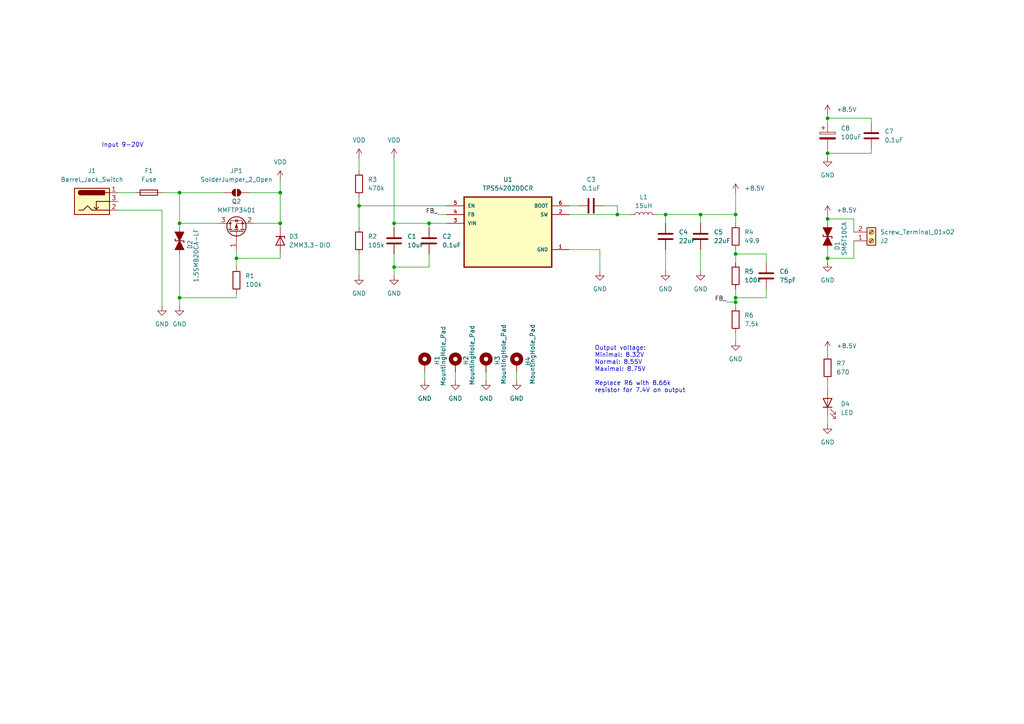
<source format=kicad_sch>
(kicad_sch (version 20250114) (generator "eeschema") (generator_version "9.0")
  (paper "A4")
  (title_block (title "Power Supply Adapter for 7.4V batteries") (rev "1"))
  (lib_symbols
    (symbol "ProjectSymbols:+8V" (power) (pin_numbers (hide yes)) (pin_names (offset 0) (hide yes))
      (property "Value" "+8V" (at 0 3.556 0))
      (symbol "+8V_0_1"
        (polyline (pts (xy -0.762 1.27) (xy 0 2.54)))
        (polyline (pts (xy 0 2.54) (xy 0.762 1.27)))
        (polyline (pts (xy 0 0) (xy 0 2.54)))
      )
      (symbol "+8V_1_1"
        (pin power_in line (at 0 0 90) (length 0) (name "~") (number "1"))
      )
    )
    (symbol "ProjectSymbols:Barrel_Jack_Switch" (pin_names (hide yes))
      (property "Reference" "J" (at 0 5.334 0))
      (property "Value" "Barrel_Jack_Switch" (at 0 -5.08 0))
      (symbol "Barrel_Jack_Switch_0_1"
        (rectangle (start -5.08 3.81) (end 5.08 -3.81) (stroke (width 0.254)) (fill (type background)))
        (polyline (pts (xy -3.81 -2.54) (xy -2.54 -2.54) (xy -1.27 -1.27) (xy 0 -2.54) (xy 2.54 -2.54) (xy 5.08 -2.54)) (stroke (width 0.254)))
        (arc (start -3.302 1.905) (mid -3.9343 2.54) (end -3.302 3.175) (stroke (width 0.254)))
        (arc (start -3.302 1.905) (mid -3.9343 2.54) (end -3.302 3.175) (stroke (width 0.254)) (fill (type outline)))
        (polyline (pts (xy 1.27 -2.286) (xy 1.905 -1.651)) (stroke (width 0.254)))
        (rectangle (start 3.683 3.175) (end -3.302 1.905) (stroke (width 0.254)) (fill (type outline)))
        (polyline (pts (xy 5.08 2.54) (xy 3.81 2.54)) (stroke (width 0.254)))
        (polyline (pts (xy 5.08 0) (xy 1.27 0) (xy 1.27 -2.286) (xy 0.635 -1.651)) (stroke (width 0.254)))
      )
      (symbol "Barrel_Jack_Switch_1_1"
        (pin passive line (at 7.62 2.54 180) (length 2.54) (name "~") (number "1"))
        (pin passive line (at 7.62 0 180) (length 2.54) (name "~") (number "3"))
        (pin passive line (at 7.62 -2.54 180) (length 2.54) (name "~") (number "2"))
      )
    )
    (symbol "ProjectSymbols:C" (pin_numbers (hide yes)) (pin_names (offset 0.254))
      (property "Reference" "C" (at 0.635 2.54 0))
      (property "Value" "C" (at 0.635 -2.54 0))
      (symbol "C_0_1"
        (polyline (pts (xy -2.032 0.762) (xy 2.032 0.762)) (stroke (width 0.508)))
        (polyline (pts (xy -2.032 -0.762) (xy 2.032 -0.762)) (stroke (width 0.508)))
      )
      (symbol "C_1_1"
        (pin passive line (at 0 3.81 270) (length 2.794) (name "~") (number "1"))
        (pin passive line (at 0 -3.81 90) (length 2.794) (name "~") (number "2"))
      )
    )
    (symbol "ProjectSymbols:C_Polarized" (pin_numbers (hide yes)) (pin_names (offset 0.254))
      (property "Reference" "C" (at 0.635 2.54 0))
      (property "Value" "C_Polarized" (at 0.635 -2.54 0))
      (symbol "C_Polarized_0_1"
        (rectangle (start -2.286 0.508) (end 2.286 1.016))
        (polyline (pts (xy -1.778 2.286) (xy -0.762 2.286)))
        (polyline (pts (xy -1.27 2.794) (xy -1.27 1.778)))
        (rectangle (start 2.286 -0.508) (end -2.286 -1.016) (fill (type outline)))
      )
      (symbol "C_Polarized_1_1"
        (pin passive line (at 0 3.81 270) (length 2.794) (name "~") (number "1"))
        (pin passive line (at 0 -3.81 90) (length 2.794) (name "~") (number "2"))
      )
    )
    (symbol "ProjectSymbols:D_TVS_Filled" (pin_numbers (hide yes)) (pin_names (offset 1.016) (hide yes))
      (property "Reference" "D" (at 0 2.54 0))
      (property "Value" "D_TVS_Filled" (at 0 -2.54 0))
      (symbol "D_TVS_Filled_0_1"
        (polyline (pts (xy -2.54 -1.27) (xy 0 0) (xy -2.54 1.27) (xy -2.54 -1.27)) (stroke (width 0.254)) (fill (type outline)))
        (polyline (pts (xy 0.508 1.27) (xy 0 1.27) (xy 0 -1.27) (xy -0.508 -1.27)) (stroke (width 0.254)))
        (polyline (pts (xy 1.27 0) (xy -1.27 0)))
        (polyline (pts (xy 2.54 1.27) (xy 2.54 -1.27) (xy 0 0) (xy 2.54 1.27)) (stroke (width 0.254)) (fill (type outline)))
      )
      (symbol "D_TVS_Filled_1_1"
        (pin passive line (at -3.81 0 0) (length 2.54) (name "A1") (number "1"))
        (pin passive line (at 3.81 0 180) (length 2.54) (name "A2") (number "2"))
      )
    )
    (symbol "ProjectSymbols:D_Zener" (pin_numbers (hide yes)) (pin_names (offset 1.016) (hide yes))
      (property "Reference" "D" (at 0 2.54 0))
      (property "Value" "D_Zener" (at 0 -2.54 0))
      (symbol "D_Zener_0_1"
        (polyline (pts (xy -1.27 -1.27) (xy -1.27 1.27) (xy -0.762 1.27)) (stroke (width 0.254)))
        (polyline (pts (xy 1.27 0) (xy -1.27 0)))
        (polyline (pts (xy 1.27 -1.27) (xy 1.27 1.27) (xy -1.27 0) (xy 1.27 -1.27)) (stroke (width 0.254)))
      )
      (symbol "D_Zener_1_1"
        (pin passive line (at -3.81 0 0) (length 2.54) (name "K") (number "1"))
        (pin passive line (at 3.81 0 180) (length 2.54) (name "A") (number "2"))
      )
    )
    (symbol "ProjectSymbols:Fuse" (pin_numbers (hide yes)) (pin_names (offset 0))
      (property "Reference" "F" (at 2.032 0 90))
      (property "Value" "Fuse" (at -1.905 0 90))
      (symbol "Fuse_0_1"
        (rectangle (start -0.762 -2.54) (end 0.762 2.54) (stroke (width 0.254)))
        (polyline (pts (xy 0 2.54) (xy 0 -2.54)))
      )
      (symbol "Fuse_1_1"
        (pin passive line (at 0 3.81 270) (length 1.27) (name "~") (number "1"))
        (pin passive line (at 0 -3.81 90) (length 1.27) (name "~") (number "2"))
      )
    )
    (symbol "ProjectSymbols:GND" (power) (pin_numbers (hide yes)) (pin_names (offset 0) (hide yes))
      (property "Value" "GND" (at 0 -3.81 0))
      (symbol "GND_0_1"
        (polyline (pts (xy 0 0) (xy 0 -1.27) (xy 1.27 -1.27) (xy 0 -2.54) (xy -1.27 -1.27) (xy 0 -1.27)))
      )
      (symbol "GND_1_1"
        (pin power_in line (at 0 0 270) (length 0) (name "~") (number "1"))
      )
    )
    (symbol "ProjectSymbols:L" (pin_numbers (hide yes)) (pin_names (offset 1.016) (hide yes))
      (property "Reference" "L" (at -1.27 0 90))
      (property "Value" "L" (at 1.905 0 90))
      (symbol "L_0_1"
        (arc (start 0 2.54) (mid 0.6323 1.905) (end 0 1.27))
        (arc (start 0 1.27) (mid 0.6323 0.635) (end 0 0))
        (arc (start 0 0) (mid 0.6323 -0.635) (end 0 -1.27))
        (arc (start 0 -1.27) (mid 0.6323 -1.905) (end 0 -2.54))
      )
      (symbol "L_1_1"
        (pin passive line (at 0 3.81 270) (length 1.27) (name "1") (number "1"))
        (pin passive line (at 0 -3.81 90) (length 1.27) (name "2") (number "2"))
      )
    )
    (symbol "ProjectSymbols:LED" (pin_numbers (hide yes)) (pin_names (offset 1.016) (hide yes))
      (property "Reference" "D" (at 0 2.54 0))
      (property "Value" "LED" (at 0 -2.54 0))
      (symbol "LED_0_1"
        (polyline (pts (xy -3.048 -0.762) (xy -4.572 -2.286) (xy -3.81 -2.286) (xy -4.572 -2.286) (xy -4.572 -1.524)))
        (polyline (pts (xy -1.778 -0.762) (xy -3.302 -2.286) (xy -2.54 -2.286) (xy -3.302 -2.286) (xy -3.302 -1.524)))
        (polyline (pts (xy -1.27 0) (xy 1.27 0)))
        (polyline (pts (xy -1.27 -1.27) (xy -1.27 1.27)) (stroke (width 0.254)))
        (polyline (pts (xy 1.27 -1.27) (xy 1.27 1.27) (xy -1.27 0) (xy 1.27 -1.27)) (stroke (width 0.254)))
      )
      (symbol "LED_1_1"
        (pin passive line (at -3.81 0 0) (length 2.54) (name "K") (number "1"))
        (pin passive line (at 3.81 0 180) (length 2.54) (name "A") (number "2"))
      )
    )
    (symbol "ProjectSymbols:MountingHole_Pad" (pin_numbers (hide yes)) (pin_names (offset 1.016) (hide yes)) (in_bom no)
      (property "Reference" "H" (at 0 6.35 0))
      (property "Value" "MountingHole_Pad" (at 0 4.445 0))
      (symbol "MountingHole_Pad_0_1"
        (circle (center 0 1.27) (radius 1.27) (stroke (width 1.27)))
      )
      (symbol "MountingHole_Pad_1_1"
        (pin input line (at 0 -2.54 90) (length 2.54) (name "1") (number "1"))
      )
    )
    (symbol "ProjectSymbols:Q_PMOS_GSD" (pin_names (offset 0) (hide yes))
      (property "Reference" "Q" (at 5.08 1.905 0))
      (property "Value" "Q_PMOS_GSD" (at 5.08 0 0))
      (symbol "Q_PMOS_GSD_0_1"
        (polyline (pts (xy 0.254 1.905) (xy 0.254 -1.905)) (stroke (width 0.254)))
        (polyline (pts (xy 0.254 0) (xy -2.54 0)))
        (polyline (pts (xy 0.762 2.286) (xy 0.762 1.27)) (stroke (width 0.254)))
        (polyline (pts (xy 0.762 1.778) (xy 3.302 1.778) (xy 3.302 -1.778) (xy 0.762 -1.778)))
        (polyline (pts (xy 0.762 0.508) (xy 0.762 -0.508)) (stroke (width 0.254)))
        (polyline (pts (xy 0.762 -1.27) (xy 0.762 -2.286)) (stroke (width 0.254)))
        (circle (center 1.651 0) (radius 2.794) (stroke (width 0.254)))
        (polyline (pts (xy 2.286 0) (xy 1.27 0.381) (xy 1.27 -0.381) (xy 2.286 0)) (fill (type outline)))
        (polyline (pts (xy 2.54 2.54) (xy 2.54 1.778)))
        (circle (center 2.54 1.778) (radius 0.254) (fill (type outline)))
        (circle (center 2.54 -1.778) (radius 0.254) (fill (type outline)))
        (polyline (pts (xy 2.54 -2.54) (xy 2.54 0) (xy 0.762 0)))
        (polyline (pts (xy 2.921 -0.381) (xy 3.683 -0.381)))
        (polyline (pts (xy 3.302 -0.381) (xy 2.921 0.254) (xy 3.683 0.254) (xy 3.302 -0.381)))
      )
      (symbol "Q_PMOS_GSD_1_1"
        (pin input line (at -5.08 0 0) (length 2.54) (name "G") (number "1"))
        (pin passive line (at 2.54 5.08 270) (length 2.54) (name "D") (number "3"))
        (pin passive line (at 2.54 -5.08 90) (length 2.54) (name "S") (number "2"))
      )
    )
    (symbol "ProjectSymbols:R" (pin_numbers (hide yes)) (pin_names (offset 0))
      (property "Reference" "R" (at 2.032 0 90))
      (property "Value" "R" (at 0 0 90))
      (symbol "R_0_1"
        (rectangle (start -1.016 -2.54) (end 1.016 2.54) (stroke (width 0.254)))
      )
      (symbol "R_1_1"
        (pin passive line (at 0 3.81 270) (length 1.27) (name "~") (number "1"))
        (pin passive line (at 0 -3.81 90) (length 1.27) (name "~") (number "2"))
      )
    )
    (symbol "ProjectSymbols:Screw_Terminal_01x02" (pin_names (offset 1.016) (hide yes))
      (property "Reference" "J" (at 0 2.54 0))
      (property "Value" "Screw_Terminal_01x02" (at 0 -5.08 0))
      (symbol "Screw_Terminal_01x02_1_1"
        (rectangle (start -1.27 1.27) (end 1.27 -3.81) (stroke (width 0.254)) (fill (type background)))
        (polyline (pts (xy -0.5334 0.3302) (xy 0.3302 -0.508)) (stroke (width 0.1524)))
        (polyline (pts (xy -0.5334 -2.2098) (xy 0.3302 -3.048)) (stroke (width 0.1524)))
        (polyline (pts (xy -0.3556 0.508) (xy 0.508 -0.3302)) (stroke (width 0.1524)))
        (polyline (pts (xy -0.3556 -2.032) (xy 0.508 -2.8702)) (stroke (width 0.1524)))
        (circle (center 0 0) (radius 0.635) (stroke (width 0.1524)))
        (circle (center 0 -2.54) (radius 0.635) (stroke (width 0.1524)))
        (pin passive line (at -5.08 0 0) (length 3.81) (name "Pin_1") (number "1"))
        (pin passive line (at -5.08 -2.54 0) (length 3.81) (name "Pin_2") (number "2"))
      )
    )
    (symbol "ProjectSymbols:SolderJumper_2_Open" (pin_numbers (hide yes)) (pin_names (offset 0) (hide yes)) (in_bom no)
      (property "Reference" "JP" (at 0 2.032 0))
      (property "Value" "SolderJumper_2_Open" (at 0 -2.54 0))
      (symbol "SolderJumper_2_Open_0_1"
        (polyline (pts (xy -0.254 1.016) (xy -0.254 -1.016)))
        (arc (start -0.254 -1.016) (mid -1.2656 0) (end -0.254 1.016))
        (arc (start -0.254 -1.016) (mid -1.2656 0) (end -0.254 1.016) (fill (type outline)))
        (arc (start 0.254 1.016) (mid 1.2656 0) (end 0.254 -1.016))
        (arc (start 0.254 1.016) (mid 1.2656 0) (end 0.254 -1.016) (fill (type outline)))
        (polyline (pts (xy 0.254 1.016) (xy 0.254 -1.016)))
      )
      (symbol "SolderJumper_2_Open_1_1"
        (pin passive line (at -3.81 0 0) (length 2.54) (name "A") (number "1"))
        (pin passive line (at 3.81 0 180) (length 2.54) (name "B") (number "2"))
      )
    )
    (symbol "ProjectSymbols:TPS54202DDCR" (pin_names (offset 1.016))
      (property "Reference" "U" (at -12.7 11.16 0))
      (property "Value" "TPS54202DDCR" (at -12.7 -14.16 0))
      (symbol "TPS54202DDCR_0_0"
        (rectangle (start -12.7 -10.16) (end 12.7 10.16) (stroke (width 0.41)) (fill (type background)))
        (pin input line (at -17.78 7.62 0) (length 5.08) (name "EN") (number "5"))
        (pin input line (at -17.78 5.08 0) (length 5.08) (name "FB") (number "4"))
        (pin input line (at -17.78 2.54 0) (length 5.08) (name "VIN") (number "3"))
        (pin output line (at 17.78 7.62 180) (length 5.08) (name "BOOT") (number "6"))
        (pin output line (at 17.78 5.08 180) (length 5.08) (name "SW") (number "2"))
        (pin power_in line (at 17.78 -5.08 180) (length 5.08) (name "GND") (number "1"))
      )
    )
    (symbol "ProjectSymbols:VDD" (power) (pin_numbers (hide yes)) (pin_names (offset 0) (hide yes))
      (property "Value" "VDD" (at 0 3.556 0))
      (symbol "VDD_0_1"
        (polyline (pts (xy -0.762 1.27) (xy 0 2.54)))
        (polyline (pts (xy 0 2.54) (xy 0.762 1.27)))
        (polyline (pts (xy 0 0) (xy 0 2.54)))
      )
      (symbol "VDD_1_1"
        (pin power_in line (at 0 0 90) (length 0) (name "~") (number "1"))
      )
    )
  )
  (text "Input 9-20V\n" (at 35.56 42.164 0) (effects (font (size 1.27 1.27))))
  (text "Output voltage:\nMinimal: 8.32V\nNormal: 8.55V\nMaximal: 8.75V\n\nReplace R6 with 8.66k \nresistor for 7.4V on output" (at 172.466 107.188 0) (effects (font (size 1.27 1.27)) (justify left)))
  (junction (at 203.2 62.23))
  (junction (at 240.03 74.93))
  (junction (at 240.03 34.29))
  (junction (at 213.36 73.66))
  (junction (at 104.14 59.69))
  (junction (at 114.3 64.77))
  (junction (at 52.07 55.88))
  (junction (at 240.03 63.5))
  (junction (at 213.36 86.36))
  (junction (at 179.07 62.23))
  (junction (at 81.28 55.88))
  (junction (at 81.28 64.77))
  (junction (at 240.03 44.45))
  (junction (at 68.58 74.93))
  (junction (at 52.07 86.36))
  (junction (at 124.46 64.77))
  (junction (at 52.07 64.77))
  (junction (at 213.36 87.63))
  (junction (at 193.04 62.23))
  (junction (at 114.3 77.47))
  (junction (at 213.36 62.23))
  (wire (pts (xy 193.04 62.23) (xy 193.04 64.77)))
  (wire (pts (xy 179.07 62.23) (xy 179.07 59.69)))
  (wire (pts (xy 149.86 107.95) (xy 149.86 110.49)))
  (wire (pts (xy 63.5 64.77) (xy 52.07 64.77)))
  (wire (pts (xy 240.03 72.39) (xy 240.03 74.93)))
  (wire (pts (xy 52.07 86.36) (xy 52.07 88.9)))
  (wire (pts (xy 123.19 107.95) (xy 123.19 110.49)))
  (wire (pts (xy 240.03 34.29) (xy 240.03 35.56)))
  (wire (pts (xy 213.36 87.63) (xy 213.36 88.9)))
  (wire (pts (xy 165.1 59.69) (xy 167.64 59.69)))
  (wire (pts (xy 124.46 64.77) (xy 124.46 66.04)))
  (wire (pts (xy 213.36 86.36) (xy 213.36 87.63)))
  (wire (pts (xy 104.14 59.69) (xy 129.54 59.69)))
  (wire (pts (xy 247.65 67.31) (xy 247.65 63.5)))
  (wire (pts (xy 247.65 74.93) (xy 247.65 69.85)))
  (wire (pts (xy 240.03 44.45) (xy 240.03 45.72)))
  (wire (pts (xy 173.99 72.39) (xy 173.99 78.74)))
  (wire (pts (xy 52.07 86.36) (xy 68.58 86.36)))
  (wire (pts (xy 222.25 73.66) (xy 213.36 73.66)))
  (wire (pts (xy 179.07 59.69) (xy 175.26 59.69)))
  (wire (pts (xy 213.36 62.23) (xy 203.2 62.23)))
  (wire (pts (xy 114.3 64.77) (xy 114.3 66.04)))
  (wire (pts (xy 213.36 86.36) (xy 222.25 86.36)))
  (wire (pts (xy 190.5 62.23) (xy 193.04 62.23)))
  (wire (pts (xy 240.03 33.02) (xy 240.03 34.29)))
  (wire (pts (xy 132.08 107.95) (xy 132.08 110.49)))
  (wire (pts (xy 68.58 86.36) (xy 68.58 85.09)))
  (wire (pts (xy 52.07 64.77) (xy 52.07 66.04)))
  (wire (pts (xy 124.46 77.47) (xy 114.3 77.47)))
  (wire (pts (xy 210.82 87.63) (xy 213.36 87.63)))
  (wire (pts (xy 104.14 57.15) (xy 104.14 59.69)))
  (wire (pts (xy 72.39 55.88) (xy 81.28 55.88)))
  (wire (pts (xy 68.58 74.93) (xy 68.58 77.47)))
  (wire (pts (xy 203.2 72.39) (xy 203.2 78.74)))
  (wire (pts (xy 81.28 52.07) (xy 81.28 55.88)))
  (wire (pts (xy 46.99 60.96) (xy 46.99 88.9)))
  (wire (pts (xy 240.03 43.18) (xy 240.03 44.45)))
  (wire (pts (xy 52.07 55.88) (xy 52.07 64.77)))
  (wire (pts (xy 52.07 73.66) (xy 52.07 86.36)))
  (wire (pts (xy 213.36 96.52) (xy 213.36 99.06)))
  (wire (pts (xy 68.58 72.39) (xy 68.58 74.93)))
  (wire (pts (xy 34.29 55.88) (xy 39.37 55.88)))
  (wire (pts (xy 240.03 63.5) (xy 240.03 62.23)))
  (wire (pts (xy 81.28 74.93) (xy 81.28 73.66)))
  (wire (pts (xy 46.99 55.88) (xy 52.07 55.88)))
  (wire (pts (xy 240.03 34.29) (xy 252.73 34.29)))
  (wire (pts (xy 165.1 72.39) (xy 173.99 72.39)))
  (wire (pts (xy 240.03 74.93) (xy 240.03 76.2)))
  (wire (pts (xy 81.28 64.77) (xy 81.28 66.04)))
  (wire (pts (xy 124.46 73.66) (xy 124.46 77.47)))
  (wire (pts (xy 222.25 76.2) (xy 222.25 73.66)))
  (wire (pts (xy 104.14 45.72) (xy 104.14 49.53)))
  (wire (pts (xy 104.14 59.69) (xy 104.14 66.04)))
  (wire (pts (xy 213.36 72.39) (xy 213.36 73.66)))
  (wire (pts (xy 81.28 55.88) (xy 81.28 64.77)))
  (wire (pts (xy 52.07 55.88) (xy 64.77 55.88)))
  (wire (pts (xy 252.73 43.18) (xy 252.73 44.45)))
  (wire (pts (xy 114.3 73.66) (xy 114.3 77.47)))
  (wire (pts (xy 104.14 73.66) (xy 104.14 80.01)))
  (wire (pts (xy 193.04 62.23) (xy 203.2 62.23)))
  (wire (pts (xy 68.58 74.93) (xy 81.28 74.93)))
  (wire (pts (xy 213.36 64.77) (xy 213.36 62.23)))
  (wire (pts (xy 222.25 86.36) (xy 222.25 83.82)))
  (wire (pts (xy 240.03 74.93) (xy 247.65 74.93)))
  (wire (pts (xy 240.03 101.6) (xy 240.03 102.87)))
  (wire (pts (xy 213.36 83.82) (xy 213.36 86.36)))
  (wire (pts (xy 114.3 77.47) (xy 114.3 80.01)))
  (wire (pts (xy 213.36 73.66) (xy 213.36 76.2)))
  (wire (pts (xy 252.73 34.29) (xy 252.73 35.56)))
  (wire (pts (xy 193.04 72.39) (xy 193.04 78.74)))
  (wire (pts (xy 240.03 110.49) (xy 240.03 113.03)))
  (wire (pts (xy 73.66 64.77) (xy 81.28 64.77)))
  (wire (pts (xy 124.46 64.77) (xy 114.3 64.77)))
  (wire (pts (xy 203.2 62.23) (xy 203.2 64.77)))
  (wire (pts (xy 213.36 55.88) (xy 213.36 62.23)))
  (wire (pts (xy 165.1 62.23) (xy 179.07 62.23)))
  (wire (pts (xy 34.29 60.96) (xy 46.99 60.96)))
  (wire (pts (xy 114.3 45.72) (xy 114.3 64.77)))
  (wire (pts (xy 179.07 62.23) (xy 182.88 62.23)))
  (wire (pts (xy 252.73 44.45) (xy 240.03 44.45)))
  (wire (pts (xy 240.03 120.65) (xy 240.03 123.19)))
  (wire (pts (xy 247.65 63.5) (xy 240.03 63.5)))
  (wire (pts (xy 127 62.23) (xy 129.54 62.23)))
  (wire (pts (xy 240.03 63.5) (xy 240.03 64.77)))
  (wire (pts (xy 140.97 107.95) (xy 140.97 110.49)))
  (wire (pts (xy 129.54 64.77) (xy 124.46 64.77)))
  (label "FB_" (at 210.82 87.63 180))
  (label "FB_" (at 127 62.23 180))
  (symbol (lib_id "ProjectSymbols:C_Polarized") (at 240.03 39.37 0) (unit 1)
    (property "Reference" "C8" (at 243.84 37.2109 0) (effects (justify left)))
    (property "Value" "100uF" (at 243.84 39.7509 0) (effects (justify left)))
    (property "Footprint" "Capacitor_SMD:CP_Elec_8x10.5" (effects (hide yes)))
    (property "Description" "Polarized capacitor" (effects (hide yes)))
  )
  (symbol (lib_id "ProjectSymbols:GND") (at 46.99 88.9 0) (unit 1)
    (property "Reference" "#PWR02" (effects (hide yes)))
    (property "Value" "GND" (at 46.99 93.98 0))
    (property "Description" "Power symbol creates a global label with name \"GND\" , ground" (effects (hide yes)))
  )
  (symbol (lib_id "ProjectSymbols:SolderJumper_2_Open") (at 68.58 55.88 0) (unit 1) (in_bom no)
    (property "Reference" "JP1" (at 68.58 49.53 0))
    (property "Value" "SolderJumper_2_Open" (at 68.58 52.07 0))
    (property "Footprint" "Jumper:SolderJumper-2_P1.3mm_Open_RoundedPad1.0x1.5mm" (effects (hide yes)))
    (property "Description" "Solder Jumper, 2-pole, open" (effects (hide yes)))
  )
  (symbol (lib_id "ProjectSymbols:GND") (at 203.2 78.74 0) (unit 1)
    (property "Reference" "#PWR013" (effects (hide yes)))
    (property "Value" "GND" (at 203.2 83.82 0))
    (property "Description" "Power symbol creates a global label with name \"GND\" , ground" (effects (hide yes)))
  )
  (symbol (lib_id "ProjectSymbols:Fuse") (at 43.18 55.88 90) (unit 1)
    (property "Reference" "F1" (at 43.18 49.53 90))
    (property "Value" "Fuse" (at 43.18 52.07 90))
    (property "Footprint" "Fuse:Fuseholder_Littelfuse_Nano2_154x" (effects (hide yes)))
    (property "Description" "Fuse" (effects (hide yes)))
  )
  (symbol (lib_id "ProjectSymbols:R") (at 213.36 68.58 0) (unit 1)
    (property "Reference" "R4" (at 215.9 67.3099 0) (effects (justify left)))
    (property "Value" "49.9" (at 215.9 69.8499 0) (effects (justify left)))
    (property "Footprint" "Resistor_SMD:R_0603_1608Metric_Pad0.98x0.95mm_HandSolder" (effects (hide yes)))
    (property "Description" "Resistor" (effects (hide yes)))
  )
  (symbol (lib_id "ProjectSymbols:C") (at 171.45 59.69 90) (unit 1)
    (property "Reference" "C3" (at 171.45 52.07 90))
    (property "Value" "0.1uF" (at 171.45 54.61 90))
    (property "Footprint" "Capacitor_SMD:C_0603_1608Metric_Pad1.08x0.95mm_HandSolder" (effects (hide yes)))
    (property "Description" "Unpolarized capacitor" (effects (hide yes)))
  )
  (symbol (lib_id "ProjectSymbols:GND") (at 240.03 45.72 0) (unit 1)
    (property "Reference" "#PWR016" (effects (hide yes)))
    (property "Value" "GND" (at 240.03 50.8 0))
    (property "Description" "Power symbol creates a global label with name \"GND\" , ground" (effects (hide yes)))
  )
  (symbol (lib_id "ProjectSymbols:LED") (at 240.03 116.84 90) (unit 1)
    (property "Reference" "D4" (at 243.84 117.1574 90) (effects (justify right)))
    (property "Value" "LED" (at 243.84 119.6974 90) (effects (justify right)))
    (property "Footprint" "LED_SMD:LED_1206_3216Metric_Pad1.42x1.75mm_HandSolder" (effects (hide yes)))
    (property "Description" "Light emitting diode" (effects (hide yes)))
    (property "Sim.Pins" "1=K 2=A" (effects (hide yes)))
  )
  (symbol (lib_id "ProjectSymbols:R") (at 68.58 81.28 0) (unit 1)
    (property "Reference" "R1" (at 71.12 80.0099 0) (effects (justify left)))
    (property "Value" "100k" (at 71.12 82.5499 0) (effects (justify left)))
    (property "Footprint" "Resistor_SMD:R_0603_1608Metric_Pad0.98x0.95mm_HandSolder" (effects (hide yes)))
    (property "Description" "Resistor" (effects (hide yes)))
  )
  (symbol (lib_id "ProjectSymbols:GND") (at 114.3 80.01 0) (unit 1)
    (property "Reference" "#PWR09" (effects (hide yes)))
    (property "Value" "GND" (at 114.3 85.09 0))
    (property "Description" "Power symbol creates a global label with name \"GND\" , ground" (effects (hide yes)))
  )
  (symbol (lib_id "ProjectSymbols:VDD") (at 81.28 52.07 0) (unit 1)
    (property "Reference" "#PWR010" (effects (hide yes)))
    (property "Value" "VDD" (at 81.28 46.99 0))
    (property "Description" "Power symbol creates a global label with name \"VDD\"" (effects (hide yes)))
  )
  (symbol (lib_id "ProjectSymbols:TPS54202DDCR") (at 147.32 67.31 0) (unit 1)
    (property "Reference" "U1" (at 147.32 52.07 0))
    (property "Value" "TPS54202DDCR" (at 147.32 54.61 0))
    (property "Footprint" "BW-footprints-library:SOT95P280X110-6N" (effects (hide yes)))
    (property "MF" "Texas Instruments" (effects (hide yes)))
    (property "Description_1" "4.5V to 28V Input, 2A Output, EMI Friendly Synchronous Step-Down Converter" (effects (hide yes)))
    (property "Package" "SOT-23-THN-6 Texas Instruments" (effects (hide yes)))
    (property "Price" "None" (effects (hide yes)))
    (property "SnapEDA_Link" "https://www.snapeda.com/parts/TPS54202DDCR/Texas+Instruments/view-part/?ref=snap" (effects (hide yes)))
    (property "MP" "TPS54202DDCR" (effects (hide yes)))
    (property "Availability" "In Stock" (effects (hide yes)))
    (property "Check_prices" "https://www.snapeda.com/parts/TPS54202DDCR/Texas+Instruments/view-part/?ref=eda" (effects (hide yes)))
  )
  (symbol (lib_id "ProjectSymbols:GND") (at 132.08 110.49 0) (unit 1)
    (property "Reference" "#PWR020" (effects (hide yes)))
    (property "Value" "GND" (at 132.08 115.57 0))
    (property "Description" "Power symbol creates a global label with name \"GND\" , ground" (effects (hide yes)))
  )
  (symbol (lib_id "ProjectSymbols:C") (at 193.04 68.58 0) (unit 1)
    (property "Reference" "C4" (at 196.85 67.3099 0) (effects (justify left)))
    (property "Value" "22uF" (at 196.85 69.8499 0) (effects (justify left)))
    (property "Footprint" "Capacitor_SMD:C_1206_3216Metric_Pad1.33x1.80mm_HandSolder" (effects (hide yes)))
    (property "Description" "Unpolarized capacitor" (effects (hide yes)))
  )
  (symbol (lib_id "ProjectSymbols:GND") (at 52.07 88.9 0) (unit 1)
    (property "Reference" "#PWR06" (effects (hide yes)))
    (property "Value" "GND" (at 52.07 93.98 0))
    (property "Description" "Power symbol creates a global label with name \"GND\" , ground" (effects (hide yes)))
  )
  (symbol (lib_id "ProjectSymbols:C") (at 252.73 39.37 0) (unit 1)
    (property "Reference" "C7" (at 256.54 38.0999 0) (effects (justify left)))
    (property "Value" "0.1uF" (at 256.54 40.6399 0) (effects (justify left)))
    (property "Footprint" "Capacitor_SMD:C_0603_1608Metric_Pad1.08x0.95mm_HandSolder" (effects (hide yes)))
    (property "Description" "Unpolarized capacitor" (effects (hide yes)))
  )
  (symbol (lib_id "ProjectSymbols:+8V") (at 240.03 33.02 0) (unit 1)
    (property "Reference" "#PWR015" (effects (hide yes)))
    (property "Value" "+8.5V" (at 242.57 31.7499 0) (effects (justify left)))
    (property "Description" "Power symbol creates a global label with name \"+8V\"" (effects (hide yes)))
  )
  (symbol (lib_id "ProjectSymbols:C") (at 124.46 69.85 0) (unit 1)
    (property "Reference" "C2" (at 128.27 68.5799 0) (effects (justify left)))
    (property "Value" "0.1uF" (at 128.27 71.1199 0) (effects (justify left)))
    (property "Footprint" "Capacitor_SMD:C_0603_1608Metric_Pad1.08x0.95mm_HandSolder" (effects (hide yes)))
    (property "Description" "Unpolarized capacitor" (effects (hide yes)))
  )
  (symbol (lib_id "ProjectSymbols:C") (at 222.25 80.01 0) (unit 1)
    (property "Reference" "C6" (at 226.06 78.7399 0) (effects (justify left)))
    (property "Value" "75pF" (at 226.06 81.2799 0) (effects (justify left)))
    (property "Footprint" "Capacitor_SMD:C_0603_1608Metric_Pad1.08x0.95mm_HandSolder" (effects (hide yes)))
    (property "Description" "Unpolarized capacitor" (effects (hide yes)))
  )
  (symbol (lib_id "ProjectSymbols:GND") (at 240.03 123.19 0) (unit 1)
    (property "Reference" "#PWR018" (effects (hide yes)))
    (property "Value" "GND" (at 240.03 128.27 0))
    (property "Description" "Power symbol creates a global label with name \"GND\" , ground" (effects (hide yes)))
  )
  (symbol (lib_id "ProjectSymbols:VDD") (at 104.14 45.72 0) (unit 1)
    (property "Reference" "#PWR05" (effects (hide yes)))
    (property "Value" "VDD" (at 104.14 40.64 0))
    (property "Description" "Power symbol creates a global label with name \"VDD\"" (effects (hide yes)))
  )
  (symbol (lib_id "ProjectSymbols:GND") (at 193.04 78.74 0) (unit 1)
    (property "Reference" "#PWR012" (effects (hide yes)))
    (property "Value" "GND" (at 193.04 83.82 0))
    (property "Description" "Power symbol creates a global label with name \"GND\" , ground" (effects (hide yes)))
  )
  (symbol (lib_id "ProjectSymbols:GND") (at 213.36 99.06 0) (unit 1)
    (property "Reference" "#PWR014" (effects (hide yes)))
    (property "Value" "GND" (at 213.36 104.14 0))
    (property "Description" "Power symbol creates a global label with name \"GND\" , ground" (effects (hide yes)))
  )
  (symbol (lib_id "ProjectSymbols:C") (at 203.2 68.58 0) (unit 1)
    (property "Reference" "C5" (at 207.01 67.3099 0) (effects (justify left)))
    (property "Value" "22uF" (at 207.01 69.8499 0) (effects (justify left)))
    (property "Footprint" "Capacitor_SMD:C_1206_3216Metric_Pad1.33x1.80mm_HandSolder" (effects (hide yes)))
    (property "Description" "Unpolarized capacitor" (effects (hide yes)))
  )
  (symbol (lib_id "ProjectSymbols:L") (at 186.69 62.23 90) (unit 1)
    (property "Reference" "L1" (at 186.69 57.15 90))
    (property "Value" "15uH" (at 186.69 59.69 90))
    (property "Footprint" "Inductor_SMD:L_Bourns_SRR1208_12.7x12.7mm" (effects (hide yes)))
    (property "Description" "Inductor" (effects (hide yes)))
  )
  (symbol (lib_id "ProjectSymbols:Q_PMOS_GSD") (at 68.58 67.31 90) (unit 1)
    (property "Reference" "Q2" (at 68.58 58.42 90))
    (property "Value" "MMFTP3401" (at 68.58 60.96 90))
    (property "Footprint" "Package_TO_SOT_SMD:SOT-23" (effects (hide yes)))
    (property "Description" "P-MOSFET transistor, gate/source/drain" (effects (hide yes)))
  )
  (symbol (lib_id "ProjectSymbols:MountingHole_Pad") (at 140.97 105.41 0) (unit 1) (in_bom no)
    (property "Reference" "H3" (at 144.272 105.918 90) (effects (justify left)))
    (property "Value" "MountingHole_Pad" (at 146.05 111.506 90) (effects (justify left)))
    (property "Footprint" "MountingHole:MountingHole_3.2mm_M3_DIN965_Pad_TopBottom" (effects (hide yes)))
    (property "Description" "Mounting Hole with connection" (effects (hide yes)))
  )
  (symbol (lib_id "ProjectSymbols:D_TVS_Filled") (at 52.07 69.85 270) (unit 1)
    (property "Reference" "D2" (at 55.118 69.596 0) (effects (justify left)))
    (property "Value" "1.5SMB20CA-LF" (at 56.896 66.294 0) (effects (justify left)))
    (property "Footprint" "Diode_SMD:D_SMB_Handsoldering" (effects (hide yes)))
    (property "Description" "Bidirectional transient-voltage-suppression diode, filled shape" (effects (hide yes)))
  )
  (symbol (lib_id "ProjectSymbols:D_TVS_Filled") (at 240.03 68.58 270) (unit 1)
    (property "Reference" "D1" (at 242.824 72.644 0) (effects (justify right)))
    (property "Value" "SM6T10CA" (at 244.856 74.168 0) (effects (justify right)))
    (property "Footprint" "Diode_SMD:D_SMB_Handsoldering" (effects (hide yes)))
    (property "Description" "Bidirectional transient-voltage-suppression diode, filled shape" (effects (hide yes)))
  )
  (symbol (lib_id "ProjectSymbols:MountingHole_Pad") (at 123.19 105.41 0) (unit 1) (in_bom no)
    (property "Reference" "H1" (at 126.746 105.918 90) (effects (justify left)))
    (property "Value" "MountingHole_Pad" (at 128.524 112.014 90) (effects (justify left)))
    (property "Footprint" "MountingHole:MountingHole_3.2mm_M3_DIN965_Pad_TopBottom" (effects (hide yes)))
    (property "Description" "Mounting Hole with connection" (effects (hide yes)))
  )
  (symbol (lib_id "ProjectSymbols:MountingHole_Pad") (at 149.86 105.41 0) (unit 1) (in_bom no)
    (property "Reference" "H4" (at 153.162 106.172 90) (effects (justify left)))
    (property "Value" "MountingHole_Pad" (at 154.432 111.506 90) (effects (justify left)))
    (property "Footprint" "MountingHole:MountingHole_3.2mm_M3_DIN965_Pad_TopBottom" (effects (hide yes)))
    (property "Description" "Mounting Hole with connection" (effects (hide yes)))
  )
  (symbol (lib_id "ProjectSymbols:GND") (at 123.19 110.49 0) (unit 1)
    (property "Reference" "#PWR019" (effects (hide yes)))
    (property "Value" "GND" (at 123.19 115.57 0))
    (property "Description" "Power symbol creates a global label with name \"GND\" , ground" (effects (hide yes)))
  )
  (symbol (lib_id "ProjectSymbols:Screw_Terminal_01x02") (at 252.73 69.85 0) (mirror x) (unit 1)
    (property "Reference" "J2" (at 255.27 69.8501 0) (effects (justify left)))
    (property "Value" "Screw_Terminal_01x02" (at 255.27 67.3101 0) (effects (justify left)))
    (property "Footprint" "TerminalBlock_Phoenix:TerminalBlock_Phoenix_MKDS-1,5-2-5.08_1x02_P5.08mm_Horizontal" (effects (hide yes)))
    (property "Description" "Generic screw terminal, single row, 01x02, script generated (kicad-library-utils/schlib/autogen/connector/)" (effects (hide yes)))
  )
  (symbol (lib_id "ProjectSymbols:R") (at 104.14 69.85 0) (unit 1)
    (property "Reference" "R2" (at 106.68 68.5799 0) (effects (justify left)))
    (property "Value" "105k" (at 106.68 71.1199 0) (effects (justify left)))
    (property "Footprint" "Resistor_SMD:R_0603_1608Metric_Pad0.98x0.95mm_HandSolder" (effects (hide yes)))
    (property "Description" "Resistor" (effects (hide yes)))
  )
  (symbol (lib_id "ProjectSymbols:R") (at 213.36 92.71 0) (unit 1)
    (property "Reference" "R6" (at 215.9 91.4399 0) (effects (justify left)))
    (property "Value" "7.5k" (at 215.9 93.9799 0) (effects (justify left)))
    (property "Footprint" "Resistor_SMD:R_0603_1608Metric_Pad0.98x0.95mm_HandSolder" (effects (hide yes)))
    (property "Description" "Resistor" (effects (hide yes)))
  )
  (symbol (lib_id "ProjectSymbols:+8V") (at 240.03 62.23 0) (unit 1)
    (property "Reference" "#PWR07" (effects (hide yes)))
    (property "Value" "+8.5V" (at 242.57 60.9599 0) (effects (justify left)))
    (property "Description" "Power symbol creates a global label with name \"+8V\"" (effects (hide yes)))
  )
  (symbol (lib_id "ProjectSymbols:+8V") (at 213.36 55.88 0) (unit 1)
    (property "Reference" "#PWR03" (effects (hide yes)))
    (property "Value" "+8.5V" (at 215.9 54.6099 0) (effects (justify left)))
    (property "Description" "Power symbol creates a global label with name \"+8V\"" (effects (hide yes)))
  )
  (symbol (lib_id "ProjectSymbols:Barrel_Jack_Switch") (at 26.67 58.42 0) (unit 1)
    (property "Reference" "J1" (at 26.67 49.53 0))
    (property "Value" "Barrel_Jack_Switch" (at 26.67 52.07 0))
    (property "Footprint" "Connector_BarrelJack:BarrelJack_GCT_DCJ200-10-A_Horizontal" (effects (hide yes)))
    (property "Description" "DC Barrel Jack with an internal switch" (effects (hide yes)))
  )
  (symbol (lib_id "ProjectSymbols:MountingHole_Pad") (at 132.08 105.41 0) (unit 1) (in_bom no)
    (property "Reference" "H2" (at 135.128 105.918 90) (effects (justify left)))
    (property "Value" "MountingHole_Pad" (at 136.906 111.76 90) (effects (justify left)))
    (property "Footprint" "MountingHole:MountingHole_3.2mm_M3_DIN965_Pad_TopBottom" (effects (hide yes)))
    (property "Description" "Mounting Hole with connection" (effects (hide yes)))
  )
  (symbol (lib_id "ProjectSymbols:D_Zener") (at 81.28 69.85 270) (unit 1)
    (property "Reference" "D3" (at 83.82 68.5799 90) (effects (justify left)))
    (property "Value" "ZMM3.3-DIO" (at 83.82 71.1199 90) (effects (justify left)))
    (property "Footprint" "Diode_SMD:D_MiniMELF" (effects (hide yes)))
    (property "Description" "Zener diode" (effects (hide yes)))
  )
  (symbol (lib_id "ProjectSymbols:VDD") (at 114.3 45.72 0) (unit 1)
    (property "Reference" "#PWR01" (effects (hide yes)))
    (property "Value" "VDD" (at 114.3 40.64 0))
    (property "Description" "Power symbol creates a global label with name \"VDD\"" (effects (hide yes)))
  )
  (symbol (lib_id "ProjectSymbols:R") (at 213.36 80.01 0) (unit 1)
    (property "Reference" "R5" (at 215.9 78.7399 0) (effects (justify left)))
    (property "Value" "100k" (at 215.9 81.2799 0) (effects (justify left)))
    (property "Footprint" "Resistor_SMD:R_0603_1608Metric_Pad0.98x0.95mm_HandSolder" (effects (hide yes)))
    (property "Description" "Resistor" (effects (hide yes)))
  )
  (symbol (lib_id "ProjectSymbols:GND") (at 149.86 110.49 0) (unit 1)
    (property "Reference" "#PWR022" (effects (hide yes)))
    (property "Value" "GND" (at 149.86 115.57 0))
    (property "Description" "Power symbol creates a global label with name \"GND\" , ground" (effects (hide yes)))
  )
  (symbol (lib_id "ProjectSymbols:GND") (at 140.97 110.49 0) (unit 1)
    (property "Reference" "#PWR021" (effects (hide yes)))
    (property "Value" "GND" (at 140.97 115.57 0))
    (property "Description" "Power symbol creates a global label with name \"GND\" , ground" (effects (hide yes)))
  )
  (symbol (lib_id "ProjectSymbols:GND") (at 173.99 78.74 0) (unit 1)
    (property "Reference" "#PWR04" (effects (hide yes)))
    (property "Value" "GND" (at 173.99 83.82 0))
    (property "Description" "Power symbol creates a global label with name \"GND\" , ground" (effects (hide yes)))
  )
  (symbol (lib_id "ProjectSymbols:C") (at 114.3 69.85 0) (unit 1)
    (property "Reference" "C1" (at 118.11 68.5799 0) (effects (justify left)))
    (property "Value" "10uF" (at 118.11 71.1199 0) (effects (justify left)))
    (property "Footprint" "Capacitor_SMD:C_1206_3216Metric_Pad1.33x1.80mm_HandSolder" (effects (hide yes)))
    (property "Description" "Unpolarized capacitor" (effects (hide yes)))
  )
  (symbol (lib_id "ProjectSymbols:GND") (at 240.03 76.2 0) (unit 1)
    (property "Reference" "#PWR08" (effects (hide yes)))
    (property "Value" "GND" (at 240.03 81.28 0))
    (property "Description" "Power symbol creates a global label with name \"GND\" , ground" (effects (hide yes)))
  )
  (symbol (lib_id "ProjectSymbols:GND") (at 104.14 80.01 0) (unit 1)
    (property "Reference" "#PWR011" (effects (hide yes)))
    (property "Value" "GND" (at 104.14 85.09 0))
    (property "Description" "Power symbol creates a global label with name \"GND\" , ground" (effects (hide yes)))
  )
  (symbol (lib_id "ProjectSymbols:R") (at 240.03 106.68 0) (unit 1)
    (property "Reference" "R7" (at 242.57 105.4099 0) (effects (justify left)))
    (property "Value" "670" (at 242.57 107.9499 0) (effects (justify left)))
    (property "Footprint" "Resistor_SMD:R_0603_1608Metric_Pad0.98x0.95mm_HandSolder" (effects (hide yes)))
    (property "Description" "Resistor" (effects (hide yes)))
  )
  (symbol (lib_id "ProjectSymbols:R") (at 104.14 53.34 0) (unit 1)
    (property "Reference" "R3" (at 106.68 52.0699 0) (effects (justify left)))
    (property "Value" "470k" (at 106.68 54.6099 0) (effects (justify left)))
    (property "Footprint" "Resistor_SMD:R_0603_1608Metric_Pad0.98x0.95mm_HandSolder" (effects (hide yes)))
    (property "Description" "Resistor" (effects (hide yes)))
  )
  (symbol (lib_id "ProjectSymbols:+8V") (at 240.03 101.6 0) (unit 1)
    (property "Reference" "#PWR017" (effects (hide yes)))
    (property "Value" "+8.5V" (at 242.57 100.3299 0) (effects (justify left)))
    (property "Description" "Power symbol creates a global label with name \"+8V\"" (effects (hide yes)))
  )
)
</source>
